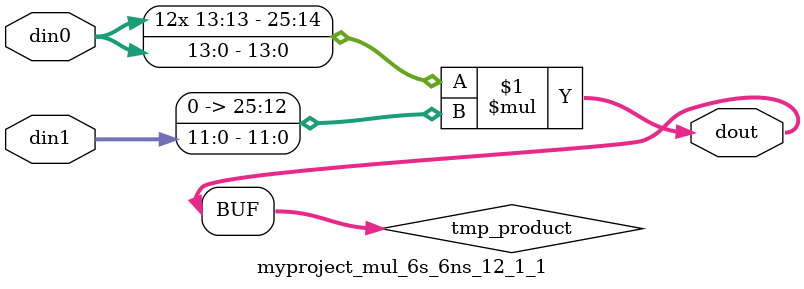
<source format=v>

`timescale 1 ns / 1 ps

 module myproject_mul_6s_6ns_12_1_1(din0, din1, dout);
parameter ID = 1;
parameter NUM_STAGE = 0;
parameter din0_WIDTH = 14;
parameter din1_WIDTH = 12;
parameter dout_WIDTH = 26;

input [din0_WIDTH - 1 : 0] din0; 
input [din1_WIDTH - 1 : 0] din1; 
output [dout_WIDTH - 1 : 0] dout;

wire signed [dout_WIDTH - 1 : 0] tmp_product;


























assign tmp_product = $signed(din0) * $signed({1'b0, din1});









assign dout = tmp_product;





















endmodule

</source>
